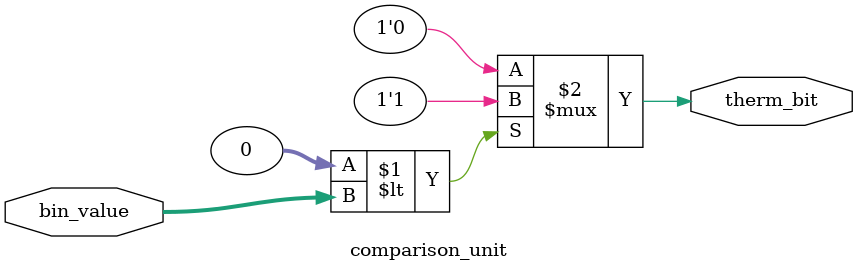
<source format=sv>
module bin2thermometer #(
    parameter BIN_WIDTH = 3
) (
    input      [BIN_WIDTH-1:0] bin_input,
    output     [(2**BIN_WIDTH)-2:0] therm_output
);
    // 比较单元内部总线
    wire [BIN_WIDTH-1:0] bin_value;
    
    // 输入缓冲子模块实例化
    input_buffer #(
        .BIN_WIDTH(BIN_WIDTH)
    ) u_input_buffer (
        .bin_in(bin_input),
        .bin_out(bin_value)
    );
    
    // 温度计编码生成器子模块实例化
    thermometer_encoder #(
        .BIN_WIDTH(BIN_WIDTH)
    ) u_thermometer_encoder (
        .bin_data(bin_value),
        .therm_data(therm_output)
    );
    
endmodule

// 输入缓冲子模块 - 增强驱动能力并隔离输入
module input_buffer #(
    parameter BIN_WIDTH = 3
) (
    input  [BIN_WIDTH-1:0] bin_in,
    output [BIN_WIDTH-1:0] bin_out
);
    // 简单缓冲，也可以在此添加输入寄存
    assign bin_out = bin_in;
endmodule

// 温度计编码生成器子模块
module thermometer_encoder #(
    parameter BIN_WIDTH = 3
) (
    input  [BIN_WIDTH-1:0] bin_data,
    output [(2**BIN_WIDTH)-2:0] therm_data
);
    // 内部比较结果存储
    reg [(2**BIN_WIDTH)-2:0] encoder_result;
    
    // 并行比较实现温度计编码生成
    genvar i;
    generate
        for (i = 0; i < (2**BIN_WIDTH)-1; i = i + 1) begin : comp_gen
            // 对每一位进行单独的比较逻辑
            comparison_unit #(
                .BIN_WIDTH(BIN_WIDTH),
                .INDEX(i)
            ) u_comp_unit (
                .bin_value(bin_data),
                .therm_bit(therm_data[i])
            );
        end
    endgenerate
endmodule

// 单比较单元子模块 - 为每个输出位实现并行比较
module comparison_unit #(
    parameter BIN_WIDTH = 3,
    parameter INDEX = 0
) (
    input  [BIN_WIDTH-1:0] bin_value,
    output therm_bit
);
    // 对当前索引与输入值进行比较
    assign therm_bit = (INDEX < bin_value) ? 1'b1 : 1'b0;
endmodule
</source>
